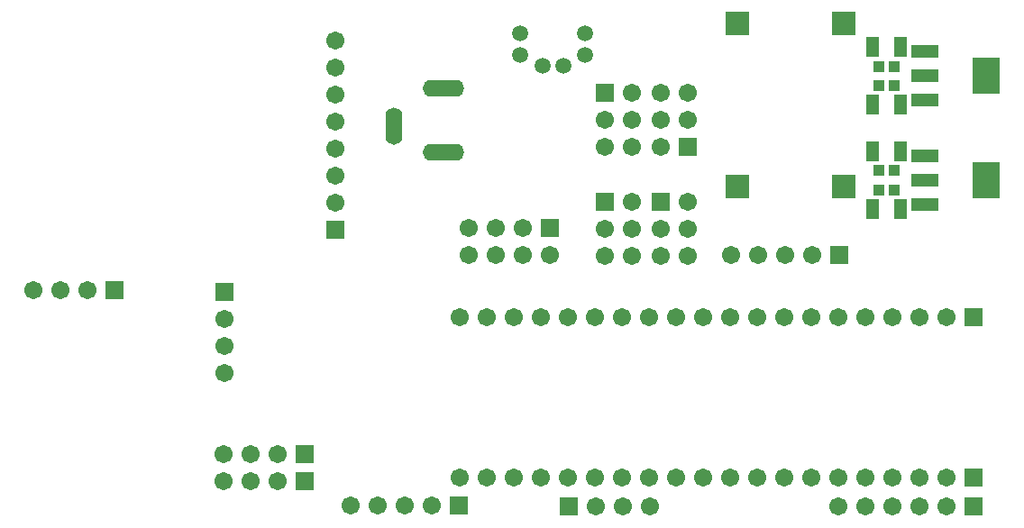
<source format=gts>
G04 Layer_Color=8388736*
%FSLAX25Y25*%
%MOIN*%
G70*
G01*
G75*
%ADD28R,0.08674X0.08674*%
%ADD29R,0.10249X0.13792*%
%ADD30R,0.10249X0.04737*%
%ADD31R,0.05131X0.07493*%
%ADD32R,0.03950X0.04343*%
%ADD33C,0.06706*%
%ADD34R,0.06706X0.06706*%
%ADD35R,0.06706X0.06706*%
%ADD36C,0.05910*%
%ADD37O,0.06310X0.13790*%
%ADD38O,0.15360X0.06310*%
D28*
X137008Y92913D02*
D03*
Y32677D02*
D03*
X97638D02*
D03*
Y92913D02*
D03*
D29*
X189599Y73707D02*
D03*
X189617Y35006D02*
D03*
D30*
X166764Y64652D02*
D03*
Y73707D02*
D03*
Y82762D02*
D03*
X166783Y25950D02*
D03*
Y35006D02*
D03*
Y44061D02*
D03*
D31*
X158071Y84252D02*
D03*
X147441D02*
D03*
X158071Y62992D02*
D03*
X147441D02*
D03*
X158071Y45669D02*
D03*
X147441D02*
D03*
X158071Y24409D02*
D03*
X147441D02*
D03*
D32*
X150000Y77165D02*
D03*
X155512D02*
D03*
X150000Y70079D02*
D03*
X155512D02*
D03*
X150000Y38583D02*
D03*
X155512D02*
D03*
X150000Y31496D02*
D03*
X155512D02*
D03*
D33*
X-92126Y-36299D02*
D03*
Y-26299D02*
D03*
Y-16299D02*
D03*
X-92441Y-76378D02*
D03*
X-82441D02*
D03*
X-72441D02*
D03*
X-45400Y-85200D02*
D03*
X-35400D02*
D03*
X-25400D02*
D03*
X-15400D02*
D03*
X-51181Y26614D02*
D03*
Y36614D02*
D03*
Y46614D02*
D03*
Y56614D02*
D03*
Y66614D02*
D03*
Y76614D02*
D03*
Y86614D02*
D03*
X-162700Y-5500D02*
D03*
X-152700D02*
D03*
X-142700D02*
D03*
X-1732Y7480D02*
D03*
Y17480D02*
D03*
X8268Y7480D02*
D03*
Y17480D02*
D03*
X18268Y7480D02*
D03*
Y17480D02*
D03*
X28268Y7480D02*
D03*
X175039Y-74803D02*
D03*
X165039D02*
D03*
X155039D02*
D03*
X145039D02*
D03*
X135039D02*
D03*
X125039D02*
D03*
X115039D02*
D03*
X105039D02*
D03*
X95039D02*
D03*
X85039D02*
D03*
X75039D02*
D03*
X65039D02*
D03*
X55039D02*
D03*
X45039D02*
D03*
X35039D02*
D03*
X25039D02*
D03*
X15039D02*
D03*
X5039D02*
D03*
X-4961D02*
D03*
X175039Y-15748D02*
D03*
X165039D02*
D03*
X155039D02*
D03*
X145039D02*
D03*
X135039D02*
D03*
X125039D02*
D03*
X115039D02*
D03*
X105039D02*
D03*
X95039D02*
D03*
X85039D02*
D03*
X75039D02*
D03*
X65039D02*
D03*
X55039D02*
D03*
X45039D02*
D03*
X35039D02*
D03*
X25039D02*
D03*
X15039D02*
D03*
X5039D02*
D03*
X-4961D02*
D03*
X175000Y-85600D02*
D03*
X165000D02*
D03*
X155000D02*
D03*
X145000D02*
D03*
X135000D02*
D03*
X65100D02*
D03*
X55100D02*
D03*
X45100D02*
D03*
X-92441Y-66142D02*
D03*
X-82441D02*
D03*
X-72441D02*
D03*
X79291Y27165D02*
D03*
X69291Y17165D02*
D03*
X79291D02*
D03*
X69291Y7165D02*
D03*
X79291D02*
D03*
X95100Y7500D02*
D03*
X105100D02*
D03*
X115100D02*
D03*
X125100D02*
D03*
X58661Y27165D02*
D03*
X48661Y17165D02*
D03*
X58661D02*
D03*
X48661Y7165D02*
D03*
X58661D02*
D03*
X79291Y57244D02*
D03*
Y67244D02*
D03*
X69291Y47244D02*
D03*
Y57244D02*
D03*
Y67244D02*
D03*
X48661Y57244D02*
D03*
Y47244D02*
D03*
X58661Y67244D02*
D03*
Y57244D02*
D03*
Y47244D02*
D03*
D34*
X-92126Y-6299D02*
D03*
X-51181Y16614D02*
D03*
X69291Y27165D02*
D03*
X48661D02*
D03*
X79291Y47244D02*
D03*
X48661Y67244D02*
D03*
D35*
X-62441Y-76378D02*
D03*
X-5400Y-85200D02*
D03*
X-132700Y-5500D02*
D03*
X28268Y17480D02*
D03*
X185039Y-74803D02*
D03*
Y-15748D02*
D03*
X185000Y-85600D02*
D03*
X35100D02*
D03*
X-62441Y-66142D02*
D03*
X135100Y7500D02*
D03*
D36*
X17400Y89300D02*
D03*
Y81420D02*
D03*
X41420Y89300D02*
D03*
Y81420D02*
D03*
X25470Y77480D02*
D03*
X33350D02*
D03*
D37*
X-29528Y55118D02*
D03*
D38*
X-11218Y68898D02*
D03*
Y45278D02*
D03*
M02*

</source>
